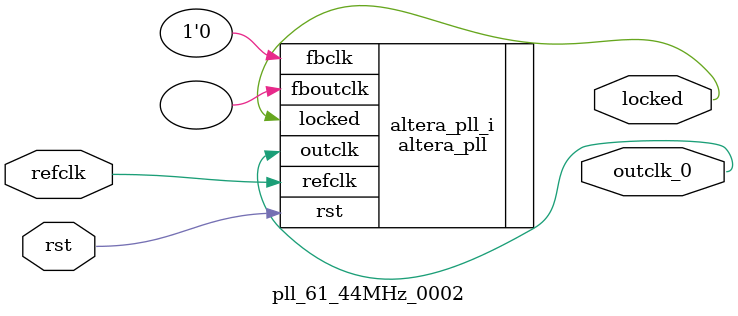
<source format=v>
`timescale 1ns/10ps
module  pll_61_44MHz_0002(

	// interface 'refclk'
	input wire refclk,

	// interface 'reset'
	input wire rst,

	// interface 'outclk0'
	output wire outclk_0,

	// interface 'locked'
	output wire locked
);

	altera_pll #(
		.fractional_vco_multiplier("true"),
		.reference_clock_frequency("100.0 MHz"),
		.operation_mode("direct"),
		.number_of_clocks(1),
		.output_clock_frequency0("61.440000 MHz"),
		.phase_shift0("0 ps"),
		.duty_cycle0(50),
		.output_clock_frequency1("0 MHz"),
		.phase_shift1("0 ps"),
		.duty_cycle1(50),
		.output_clock_frequency2("0 MHz"),
		.phase_shift2("0 ps"),
		.duty_cycle2(50),
		.output_clock_frequency3("0 MHz"),
		.phase_shift3("0 ps"),
		.duty_cycle3(50),
		.output_clock_frequency4("0 MHz"),
		.phase_shift4("0 ps"),
		.duty_cycle4(50),
		.output_clock_frequency5("0 MHz"),
		.phase_shift5("0 ps"),
		.duty_cycle5(50),
		.output_clock_frequency6("0 MHz"),
		.phase_shift6("0 ps"),
		.duty_cycle6(50),
		.output_clock_frequency7("0 MHz"),
		.phase_shift7("0 ps"),
		.duty_cycle7(50),
		.output_clock_frequency8("0 MHz"),
		.phase_shift8("0 ps"),
		.duty_cycle8(50),
		.output_clock_frequency9("0 MHz"),
		.phase_shift9("0 ps"),
		.duty_cycle9(50),
		.output_clock_frequency10("0 MHz"),
		.phase_shift10("0 ps"),
		.duty_cycle10(50),
		.output_clock_frequency11("0 MHz"),
		.phase_shift11("0 ps"),
		.duty_cycle11(50),
		.output_clock_frequency12("0 MHz"),
		.phase_shift12("0 ps"),
		.duty_cycle12(50),
		.output_clock_frequency13("0 MHz"),
		.phase_shift13("0 ps"),
		.duty_cycle13(50),
		.output_clock_frequency14("0 MHz"),
		.phase_shift14("0 ps"),
		.duty_cycle14(50),
		.output_clock_frequency15("0 MHz"),
		.phase_shift15("0 ps"),
		.duty_cycle15(50),
		.output_clock_frequency16("0 MHz"),
		.phase_shift16("0 ps"),
		.duty_cycle16(50),
		.output_clock_frequency17("0 MHz"),
		.phase_shift17("0 ps"),
		.duty_cycle17(50),
		.pll_type("General"),
		.pll_subtype("General")
	) altera_pll_i (
		.rst	(rst),
		.outclk	({outclk_0}),
		.locked	(locked),
		.fboutclk	( ),
		.fbclk	(1'b0),
		.refclk	(refclk)
	);
endmodule


</source>
